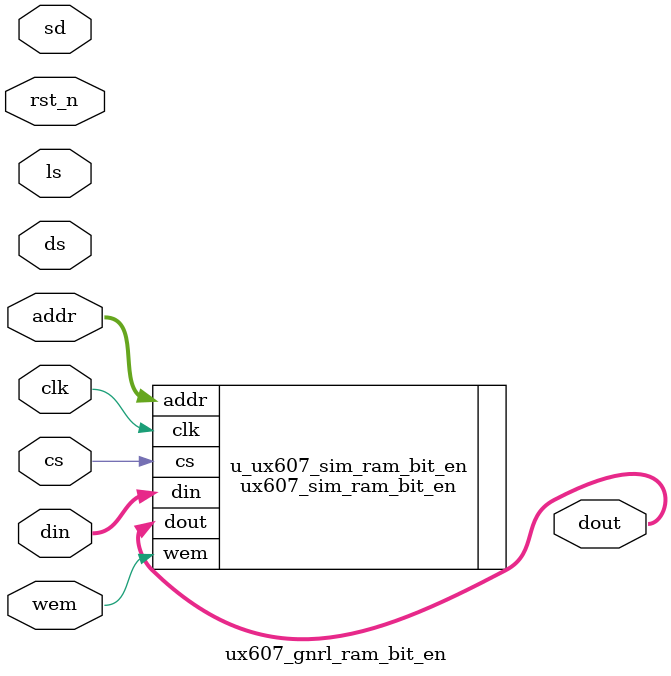
<source format=v>
 /*                                                                      
  *  Copyright (c) 2018-2020 Nuclei System Technology, Inc.              
  *  All rights reserved.                                                
  */                                                                     
                                                                         


















`include "ux607_defines.v" 

module ux607_gnrl_ram
#(parameter DP = 32,
  parameter DW = 32,
  parameter FORCE_X2ZERO = 1,
  parameter MW = 4,
  parameter AW = 15 
  ) (
  input            sd,
  input            ds,
  input            ls,

  input            rst_n,
  input            clk,
  input            cs,
  input [AW-1:0]   addr,
  input [DW-1:0]   din,
  input [MW-1:0]   wem,
  output[DW-1:0]   dout
);




`ifdef FPGA_SOURCE
ux607_sim_ram #(
    .FORCE_X2ZERO (1'b0),
    .DP (DP),
    .AW (AW),
    .MW (MW),
    .DW (DW) 
)u_ux607_sim_ram (
    .clk   (clk),
    .din   (din),
    .addr  (addr),
    .cs    (cs),
    .wem   (wem),
    .dout  (dout)
);
`else

ux607_sim_ram #(
    .FORCE_X2ZERO (FORCE_X2ZERO),
    .DP (DP),
    .AW (AW),
    .MW (MW),
    .DW (DW) 
)u_ux607_sim_ram (
    .clk   (clk),
    .din   (din),
    .addr  (addr),
    .cs    (cs),
    .wem   (wem),
    .dout  (dout)
);
`endif

endmodule

module ux607_gnrl_ram_bit_en
#(parameter DP = 32,
  parameter DW = 32,
  parameter FORCE_X2ZERO = 1,
  parameter MW = 32,
  parameter AW = 15 
  ) (
  input            sd,
  input            ds,
  input            ls,

  input            rst_n,
  input            clk,
  input            cs,
  input [AW-1:0]   addr,
  input [DW-1:0]   din,
  input            wem,
  output[DW-1:0]   dout
);




`ifdef FPGA_SOURCE
ux607_sim_ram_bit_en #(
    .FORCE_X2ZERO (1'b0),
    .DP (DP),
    .AW (AW),
    .DW (DW) 
)u_ux607_sim_ram_bit_en (
    .clk   (clk),
    .din   (din),
    .addr  (addr),
    .cs    (cs),
    .wem   (wem),
    .dout  (dout)
);
`else











































ux607_sim_ram_bit_en #(
    .FORCE_X2ZERO (FORCE_X2ZERO),
    .DP (DP),
    .AW (AW),
    .DW (DW) 
)u_ux607_sim_ram_bit_en (
    .clk   (clk),
    .din   (din),
    .addr  (addr),
    .cs    (cs),
    .wem   (wem),
    .dout  (dout)
);
`endif

endmodule

</source>
